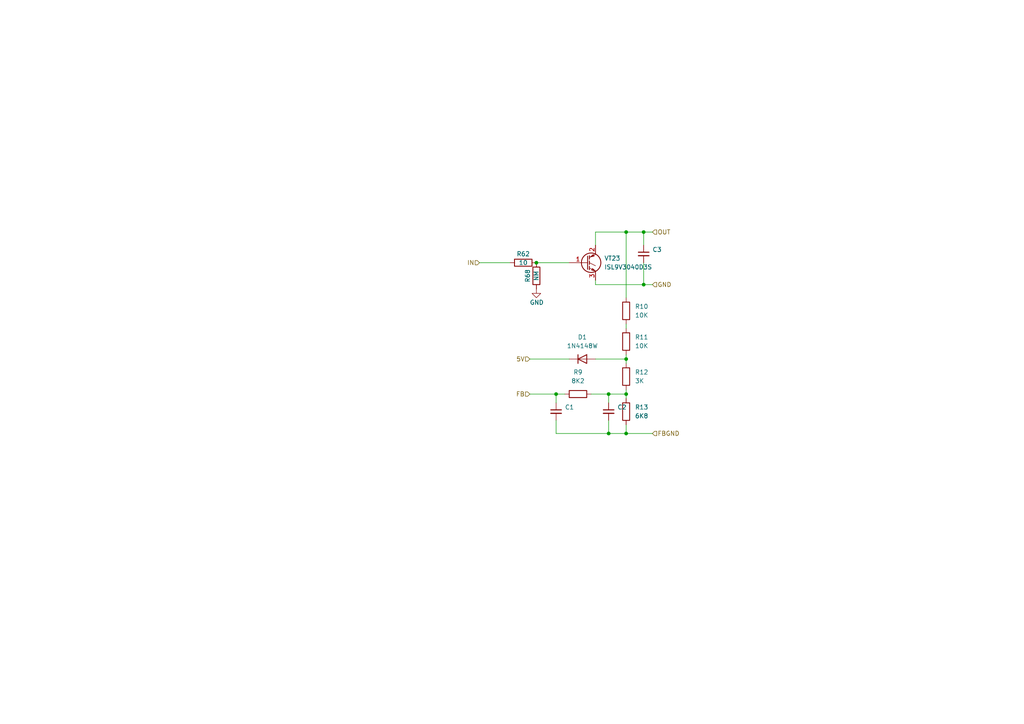
<source format=kicad_sch>
(kicad_sch (version 20211123) (generator eeschema)
  (paper "A4")
  (lib_symbols
    (symbol "Device:C_Small" (pin_numbers hide) (pin_names (offset 0.254) hide)
      (property "Reference" "C" (at 0.254 1.778 0))
      (property "Value" "C_Small" (at 0.254 -2.032 0))
      (symbol "C_Small_0_1"
        (polyline (pts (xy -1.524 -0.508) (xy 1.524 -0.508)) (stroke (width 0.3302)))
        (polyline (pts (xy -1.524 0.508) (xy 1.524 0.508)) (stroke (width 0.3048)))
      )
      (symbol "C_Small_1_1"
        (pin passive line (at 0 2.54 270) (length 2.032) (name "~") (number "1"))
        (pin passive line (at 0 -2.54 90) (length 2.032) (name "~") (number "2"))
      )
    )
    (symbol "Device:R" (pin_numbers hide) (pin_names (offset 0))
      (property "Reference" "R" (at 2.032 0 90))
      (property "Value" "R" (at 0 0 90))
      (symbol "R_0_1"
        (rectangle (start -1.016 -2.54) (end 1.016 2.54) (stroke (width 0.254)))
      )
      (symbol "R_1_1"
        (pin passive line (at 0 3.81 270) (length 1.27) (name "~") (number "1"))
        (pin passive line (at 0 -3.81 90) (length 1.27) (name "~") (number "2"))
      )
    )
    (symbol "Diode:1N4148W" (pin_numbers hide) (pin_names hide)
      (property "Reference" "D" (at 0 2.54 0))
      (property "Value" "1N4148W" (at 0 -2.54 0))
      (symbol "1N4148W_0_1"
        (polyline (pts (xy -1.27 1.27) (xy -1.27 -1.27)) (stroke (width 0.254)))
        (polyline (pts (xy 1.27 0) (xy -1.27 0)))
        (polyline (pts (xy 1.27 1.27) (xy 1.27 -1.27) (xy -1.27 0) (xy 1.27 1.27)) (stroke (width 0.254)))
      )
      (symbol "1N4148W_1_1"
        (pin passive line (at -3.81 0 0) (length 2.54) (name "K") (number "1"))
        (pin passive line (at 3.81 0 180) (length 2.54) (name "A") (number "2"))
      )
    )
    (symbol "R_1" (pin_numbers hide) (pin_names (offset 0) hide)
      (property "Reference" "R" (at 2.032 0 90))
      (property "Value" "R_1" (at 0 0 90))
      (symbol "R_1_0_1"
        (rectangle (start -1.016 -2.54) (end 1.016 2.54) (stroke (width 0.254)))
      )
      (symbol "R_1_1_1"
        (pin passive line (at 0 3.81 270) (length 1.27) (name "~") (number "1"))
        (pin passive line (at 0 -3.81 90) (length 1.27) (name "~") (number "2"))
      )
    )
    (symbol "R_2" (pin_numbers hide) (pin_names (offset 0) hide)
      (property "Reference" "R" (at 2.032 0 90))
      (property "Value" "R_2" (at 0 0 90))
      (symbol "R_2_0_1"
        (rectangle (start -1.016 -2.54) (end 1.016 2.54) (stroke (width 0.254)))
      )
      (symbol "R_2_1_1"
        (pin passive line (at 0 3.81 270) (length 1.27) (name "~") (number "1"))
        (pin passive line (at 0 -3.81 90) (length 1.27) (name "~") (number "2"))
      )
    )
    (symbol "Transistor_IGBT:IRG4PF50W" (pin_names (offset 0) hide)
      (property "Reference" "Q" (at 5.08 1.905 0))
      (property "Value" "IRG4PF50W" (at 5.08 0 0))
      (symbol "IRG4PF50W_0_1"
        (polyline (pts (xy 0 0) (xy 0.254 0)))
        (polyline (pts (xy 0.762 -1.016) (xy 0.762 -2.032)) (stroke (width 0.254)))
        (polyline (pts (xy 0.762 0.508) (xy 0.762 -0.508)) (stroke (width 0.254)))
        (polyline (pts (xy 0.762 2.032) (xy 0.762 1.016)) (stroke (width 0.254)))
        (polyline (pts (xy 2.54 -2.413) (xy 0.762 -1.524)))
        (polyline (pts (xy 2.54 -0.889) (xy 0.762 0)))
        (polyline (pts (xy 2.54 2.413) (xy 0.762 1.524)))
        (polyline (pts (xy 0.254 1.905) (xy 0.254 -1.905) (xy 0.254 -1.905)) (stroke (width 0.254)))
        (polyline (pts (xy 1.397 -2.159) (xy 1.651 -1.651) (xy 2.54 -2.413) (xy 1.397 -2.159)) (fill (type outline)))
        (polyline (pts (xy 2.159 1.905) (xy 1.905 2.413) (xy 1.016 1.651) (xy 2.159 1.905)) (fill (type outline)))
        (circle (center 1.27 0) (radius 2.8194) (stroke (width 0.254)))
      )
      (symbol "IRG4PF50W_1_1"
        (pin input line (at -5.08 0 0) (length 5.08) (name "G") (number "1"))
        (pin passive line (at 2.54 5.08 270) (length 2.54) (name "C") (number "2"))
        (pin passive line (at 2.54 -5.08 90) (length 2.54) (name "E") (number "3"))
      )
    )
    (symbol "power:GND" (power) (pin_names (offset 0))
      (property "Value" "GND" (at 0 -3.81 0))
      (symbol "GND_0_1"
        (polyline (pts (xy 0 0) (xy 0 -1.27) (xy 1.27 -1.27) (xy 0 -2.54) (xy -1.27 -1.27) (xy 0 -1.27)))
      )
      (symbol "GND_1_1"
        (pin power_in line (at 0 0 270) (length 0) hide (name "GND") (number "1"))
      )
    )
  )
  (junction (at 155.575 76.2))
  (junction (at 176.53 125.73))
  (junction (at 181.61 114.3))
  (junction (at 181.61 125.73))
  (junction (at 181.61 104.14))
  (junction (at 161.29 114.3))
  (junction (at 181.61 67.31))
  (junction (at 186.69 82.55))
  (junction (at 176.53 114.3))
  (junction (at 186.69 67.31))
  (wire (pts (xy 161.29 116.84) (xy 161.29 114.3)))
  (wire (pts (xy 181.61 67.31) (xy 181.61 86.36)))
  (wire (pts (xy 181.61 114.3) (xy 181.61 115.57)))
  (wire (pts (xy 172.72 104.14) (xy 181.61 104.14)))
  (wire (pts (xy 153.67 114.3) (xy 161.29 114.3)))
  (wire (pts (xy 176.53 125.73) (xy 181.61 125.73)))
  (wire (pts (xy 181.61 67.31) (xy 186.69 67.31)))
  (wire (pts (xy 186.69 82.55) (xy 189.23 82.55)))
  (wire (pts (xy 181.61 123.19) (xy 181.61 125.73)))
  (wire (pts (xy 172.72 82.55) (xy 186.69 82.55)))
  (wire (pts (xy 181.61 113.03) (xy 181.61 114.3)))
  (wire (pts (xy 186.69 76.2) (xy 186.69 82.55)))
  (wire (pts (xy 186.69 67.31) (xy 189.23 67.31)))
  (wire (pts (xy 176.53 116.84) (xy 176.53 114.3)))
  (wire (pts (xy 172.72 71.12) (xy 172.72 67.31)))
  (wire (pts (xy 181.61 125.73) (xy 189.23 125.73)))
  (wire (pts (xy 153.67 104.14) (xy 165.1 104.14)))
  (wire (pts (xy 172.72 81.28) (xy 172.72 82.55)))
  (wire (pts (xy 161.29 114.3) (xy 163.83 114.3)))
  (wire (pts (xy 139.065 76.2) (xy 147.955 76.2)))
  (wire (pts (xy 181.61 102.87) (xy 181.61 104.14)))
  (wire (pts (xy 176.53 121.92) (xy 176.53 125.73)))
  (wire (pts (xy 186.69 67.31) (xy 186.69 71.12)))
  (wire (pts (xy 181.61 93.98) (xy 181.61 95.25)))
  (wire (pts (xy 171.45 114.3) (xy 176.53 114.3)))
  (wire (pts (xy 172.72 67.31) (xy 181.61 67.31)))
  (wire (pts (xy 161.29 121.92) (xy 161.29 125.73)))
  (wire (pts (xy 161.29 125.73) (xy 176.53 125.73)))
  (wire (pts (xy 176.53 114.3) (xy 181.61 114.3)))
  (wire (pts (xy 155.575 76.2) (xy 165.1 76.2)))
  (wire (pts (xy 181.61 104.14) (xy 181.61 105.41)))
  (hierarchical_label "GND" (shape input) (at 189.23 82.55 0))
  (hierarchical_label "FB" (shape input) (at 153.67 114.3 180))
  (hierarchical_label "FBGND" (shape input) (at 189.23 125.73 0))
  (hierarchical_label "OUT" (shape input) (at 189.23 67.31 0))
  (hierarchical_label "IN" (shape input) (at 139.065 76.2 180))
  (hierarchical_label "5V" (shape input) (at 153.67 104.14 180))
  (symbol (lib_id "Device:R") (at 181.61 90.17 0) (unit 1)
    (property "Reference" "R10" (at 184.15 88.8999 0) (effects (justify left)))
    (property "Value" "10K" (at 184.15 91.4399 0) (effects (justify left)))
    (property "Footprint" "Resistor_SMD:R_0805_2012Metric" (effects hide))
  )
  (symbol (lib_id "Device:C_Small") (at 176.53 119.38 0) (unit 1)
    (property "Reference" "C2" (at 179.07 118.1162 0) (effects (justify left)))
    (property "Footprint" "Capacitor_SMD:C_0603_1608Metric" (effects hide))
  )
  (symbol (lib_id "Device:R") (at 151.765 76.2 90) (unit 1)
    (property "Reference" "R62" (at 151.765 73.66 90))
    (property "Value" "10" (at 151.765 76.2 90))
    (property "Footprint" "Resistor_SMD:R_0603_1608Metric" (effects hide))
  )
  (symbol (lib_id "Device:C_Small") (at 161.29 119.38 0) (unit 1)
    (property "Reference" "C1" (at 163.83 118.1162 0) (effects (justify left)))
    (property "Footprint" "Capacitor_SMD:C_0603_1608Metric" (effects hide))
  )
  (symbol (lib_id "Device:R") (at 181.61 99.06 0) (unit 1)
    (property "Reference" "R11" (at 184.15 97.7899 0) (effects (justify left)))
    (property "Value" "10K" (at 184.15 100.3299 0) (effects (justify left)))
    (property "Footprint" "Resistor_SMD:R_0805_2012Metric" (effects hide))
  )
  (symbol (lib_id "power:GND") (at 155.575 83.82 0) (unit 1)
    (property "Reference" "#PWR0189" (effects hide))
    (property "Value" "GND" (at 153.6307 87.7294 0) (effects (justify left)))
  )
  (symbol (lib_name "R_1") (lib_id "Device:R") (at 167.64 114.3 90) (unit 1)
    (property "Reference" "R9" (at 167.64 107.95 90))
    (property "Value" "8K2" (at 167.64 110.49 90))
    (property "Footprint" "Resistor_SMD:R_0603_1608Metric" (effects hide))
  )
  (symbol (lib_name "R_2") (lib_id "Device:R") (at 181.61 109.22 0) (unit 1)
    (property "Reference" "R12" (at 184.15 107.9499 0) (effects (justify left)))
    (property "Value" "3K" (at 184.15 110.4899 0) (effects (justify left)))
    (property "Footprint" "Resistor_SMD:R_0603_1608Metric" (effects hide))
  )
  (symbol (lib_id "Transistor_IGBT:IRG4PF50W") (at 170.18 76.2 0) (unit 1)
    (property "Reference" "VT23" (at 175.26 74.9299 0) (effects (justify left)))
    (property "Value" "ISL9V3040D3S" (at 175.26 77.4699 0) (effects (justify left)))
    (property "Footprint" "Package_TO_SOT_SMD:TO-252-2" (effects hide))
    (property "Datasheet" "http://www.irf.com/product-info/datasheets/data/irg4pf50w.pdf" (effects hide))
  )
  (symbol (lib_id "Device:C_Small") (at 186.69 73.66 0) (unit 1)
    (property "Reference" "C3" (at 189.23 72.3962 0) (effects (justify left)))
    (property "Value" "C_Small" (effects hide))
    (property "Footprint" "Capacitor_SMD:C_1206_3216Metric" (effects hide))
  )
  (symbol (lib_id "Device:R") (at 155.575 80.01 180) (unit 1)
    (property "Reference" "R68" (at 153.035 80.01 90))
    (property "Value" "NM" (at 155.575 80.01 90))
    (property "Footprint" "Resistor_SMD:R_0603_1608Metric" (effects hide))
  )
  (symbol (lib_name "R_1") (lib_id "Device:R") (at 181.61 119.38 0) (unit 1)
    (property "Reference" "R13" (at 184.15 118.1099 0) (effects (justify left)))
    (property "Value" "6K8" (at 184.15 120.6499 0) (effects (justify left)))
    (property "Footprint" "Resistor_SMD:R_0603_1608Metric" (effects hide))
  )
  (symbol (lib_id "Diode:1N4148W") (at 168.91 104.14 0) (unit 1)
    (property "Reference" "D1" (at 168.91 97.79 0))
    (property "Value" "1N4148W" (at 168.91 100.33 0))
    (property "Footprint" "Diode_SMD:D_SOD-123" (effects hide))
    (property "Datasheet" "https://www.vishay.com/docs/85748/1n4148w.pdf" (effects hide))
  )
)
</source>
